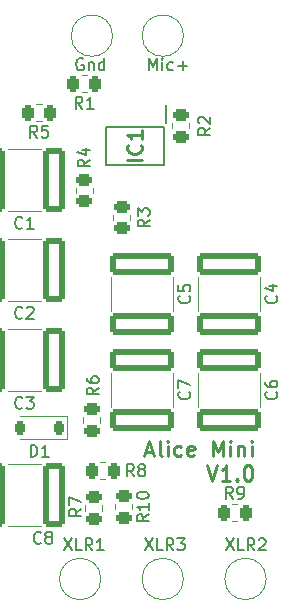
<source format=gbr>
%TF.GenerationSoftware,KiCad,Pcbnew,8.0.6*%
%TF.CreationDate,2024-11-12T22:00:55+00:00*%
%TF.ProjectId,AliceMini,416c6963-654d-4696-9e69-2e6b69636164,rev?*%
%TF.SameCoordinates,Original*%
%TF.FileFunction,Legend,Top*%
%TF.FilePolarity,Positive*%
%FSLAX46Y46*%
G04 Gerber Fmt 4.6, Leading zero omitted, Abs format (unit mm)*
G04 Created by KiCad (PCBNEW 8.0.6) date 2024-11-12 22:00:55*
%MOMM*%
%LPD*%
G01*
G04 APERTURE LIST*
G04 Aperture macros list*
%AMRoundRect*
0 Rectangle with rounded corners*
0 $1 Rounding radius*
0 $2 $3 $4 $5 $6 $7 $8 $9 X,Y pos of 4 corners*
0 Add a 4 corners polygon primitive as box body*
4,1,4,$2,$3,$4,$5,$6,$7,$8,$9,$2,$3,0*
0 Add four circle primitives for the rounded corners*
1,1,$1+$1,$2,$3*
1,1,$1+$1,$4,$5*
1,1,$1+$1,$6,$7*
1,1,$1+$1,$8,$9*
0 Add four rect primitives between the rounded corners*
20,1,$1+$1,$2,$3,$4,$5,0*
20,1,$1+$1,$4,$5,$6,$7,0*
20,1,$1+$1,$6,$7,$8,$9,0*
20,1,$1+$1,$8,$9,$2,$3,0*%
G04 Aperture macros list end*
%ADD10C,0.150000*%
%ADD11C,0.250000*%
%ADD12C,0.254000*%
%ADD13C,0.120000*%
%ADD14C,0.200000*%
%ADD15RoundRect,0.250000X0.262500X0.450000X-0.262500X0.450000X-0.262500X-0.450000X0.262500X-0.450000X0*%
%ADD16RoundRect,0.250000X0.450000X-0.262500X0.450000X0.262500X-0.450000X0.262500X-0.450000X-0.262500X0*%
%ADD17RoundRect,0.250000X-2.450000X0.650000X-2.450000X-0.650000X2.450000X-0.650000X2.450000X0.650000X0*%
%ADD18RoundRect,0.250000X-0.450000X0.262500X-0.450000X-0.262500X0.450000X-0.262500X0.450000X0.262500X0*%
%ADD19RoundRect,0.250000X0.650000X2.450000X-0.650000X2.450000X-0.650000X-2.450000X0.650000X-2.450000X0*%
%ADD20C,3.000000*%
%ADD21C,2.500000*%
%ADD22RoundRect,0.250000X-0.262500X-0.450000X0.262500X-0.450000X0.262500X0.450000X-0.262500X0.450000X0*%
%ADD23R,0.650000X1.528000*%
%ADD24RoundRect,0.225000X0.225000X0.375000X-0.225000X0.375000X-0.225000X-0.375000X0.225000X-0.375000X0*%
G04 APERTURE END LIST*
D10*
X114467541Y-145569819D02*
X115134207Y-146569819D01*
X115134207Y-145569819D02*
X114467541Y-146569819D01*
X115991350Y-146569819D02*
X115515160Y-146569819D01*
X115515160Y-146569819D02*
X115515160Y-145569819D01*
X116896112Y-146569819D02*
X116562779Y-146093628D01*
X116324684Y-146569819D02*
X116324684Y-145569819D01*
X116324684Y-145569819D02*
X116705636Y-145569819D01*
X116705636Y-145569819D02*
X116800874Y-145617438D01*
X116800874Y-145617438D02*
X116848493Y-145665057D01*
X116848493Y-145665057D02*
X116896112Y-145760295D01*
X116896112Y-145760295D02*
X116896112Y-145903152D01*
X116896112Y-145903152D02*
X116848493Y-145998390D01*
X116848493Y-145998390D02*
X116800874Y-146046009D01*
X116800874Y-146046009D02*
X116705636Y-146093628D01*
X116705636Y-146093628D02*
X116324684Y-146093628D01*
X117229446Y-145569819D02*
X117848493Y-145569819D01*
X117848493Y-145569819D02*
X117515160Y-145950771D01*
X117515160Y-145950771D02*
X117658017Y-145950771D01*
X117658017Y-145950771D02*
X117753255Y-145998390D01*
X117753255Y-145998390D02*
X117800874Y-146046009D01*
X117800874Y-146046009D02*
X117848493Y-146141247D01*
X117848493Y-146141247D02*
X117848493Y-146379342D01*
X117848493Y-146379342D02*
X117800874Y-146474580D01*
X117800874Y-146474580D02*
X117753255Y-146522200D01*
X117753255Y-146522200D02*
X117658017Y-146569819D01*
X117658017Y-146569819D02*
X117372303Y-146569819D01*
X117372303Y-146569819D02*
X117277065Y-146522200D01*
X117277065Y-146522200D02*
X117229446Y-146474580D01*
X107609541Y-145569819D02*
X108276207Y-146569819D01*
X108276207Y-145569819D02*
X107609541Y-146569819D01*
X109133350Y-146569819D02*
X108657160Y-146569819D01*
X108657160Y-146569819D02*
X108657160Y-145569819D01*
X110038112Y-146569819D02*
X109704779Y-146093628D01*
X109466684Y-146569819D02*
X109466684Y-145569819D01*
X109466684Y-145569819D02*
X109847636Y-145569819D01*
X109847636Y-145569819D02*
X109942874Y-145617438D01*
X109942874Y-145617438D02*
X109990493Y-145665057D01*
X109990493Y-145665057D02*
X110038112Y-145760295D01*
X110038112Y-145760295D02*
X110038112Y-145903152D01*
X110038112Y-145903152D02*
X109990493Y-145998390D01*
X109990493Y-145998390D02*
X109942874Y-146046009D01*
X109942874Y-146046009D02*
X109847636Y-146093628D01*
X109847636Y-146093628D02*
X109466684Y-146093628D01*
X110990493Y-146569819D02*
X110419065Y-146569819D01*
X110704779Y-146569819D02*
X110704779Y-145569819D01*
X110704779Y-145569819D02*
X110609541Y-145712676D01*
X110609541Y-145712676D02*
X110514303Y-145807914D01*
X110514303Y-145807914D02*
X110419065Y-145855533D01*
D11*
X114549812Y-138221549D02*
X115168859Y-138221549D01*
X114426002Y-138592977D02*
X114859335Y-137292977D01*
X114859335Y-137292977D02*
X115292669Y-138592977D01*
X115911717Y-138592977D02*
X115787907Y-138531073D01*
X115787907Y-138531073D02*
X115726002Y-138407263D01*
X115726002Y-138407263D02*
X115726002Y-137292977D01*
X116406954Y-138592977D02*
X116406954Y-137726311D01*
X116406954Y-137292977D02*
X116345050Y-137354882D01*
X116345050Y-137354882D02*
X116406954Y-137416787D01*
X116406954Y-137416787D02*
X116468859Y-137354882D01*
X116468859Y-137354882D02*
X116406954Y-137292977D01*
X116406954Y-137292977D02*
X116406954Y-137416787D01*
X117583145Y-138531073D02*
X117459336Y-138592977D01*
X117459336Y-138592977D02*
X117211717Y-138592977D01*
X117211717Y-138592977D02*
X117087907Y-138531073D01*
X117087907Y-138531073D02*
X117026002Y-138469168D01*
X117026002Y-138469168D02*
X116964098Y-138345358D01*
X116964098Y-138345358D02*
X116964098Y-137973930D01*
X116964098Y-137973930D02*
X117026002Y-137850120D01*
X117026002Y-137850120D02*
X117087907Y-137788215D01*
X117087907Y-137788215D02*
X117211717Y-137726311D01*
X117211717Y-137726311D02*
X117459336Y-137726311D01*
X117459336Y-137726311D02*
X117583145Y-137788215D01*
X118635526Y-138531073D02*
X118511717Y-138592977D01*
X118511717Y-138592977D02*
X118264098Y-138592977D01*
X118264098Y-138592977D02*
X118140288Y-138531073D01*
X118140288Y-138531073D02*
X118078384Y-138407263D01*
X118078384Y-138407263D02*
X118078384Y-137912025D01*
X118078384Y-137912025D02*
X118140288Y-137788215D01*
X118140288Y-137788215D02*
X118264098Y-137726311D01*
X118264098Y-137726311D02*
X118511717Y-137726311D01*
X118511717Y-137726311D02*
X118635526Y-137788215D01*
X118635526Y-137788215D02*
X118697431Y-137912025D01*
X118697431Y-137912025D02*
X118697431Y-138035834D01*
X118697431Y-138035834D02*
X118078384Y-138159644D01*
X120245050Y-138592977D02*
X120245050Y-137292977D01*
X120245050Y-137292977D02*
X120678384Y-138221549D01*
X120678384Y-138221549D02*
X121111717Y-137292977D01*
X121111717Y-137292977D02*
X121111717Y-138592977D01*
X121730764Y-138592977D02*
X121730764Y-137726311D01*
X121730764Y-137292977D02*
X121668860Y-137354882D01*
X121668860Y-137354882D02*
X121730764Y-137416787D01*
X121730764Y-137416787D02*
X121792669Y-137354882D01*
X121792669Y-137354882D02*
X121730764Y-137292977D01*
X121730764Y-137292977D02*
X121730764Y-137416787D01*
X122349812Y-137726311D02*
X122349812Y-138592977D01*
X122349812Y-137850120D02*
X122411717Y-137788215D01*
X122411717Y-137788215D02*
X122535527Y-137726311D01*
X122535527Y-137726311D02*
X122721241Y-137726311D01*
X122721241Y-137726311D02*
X122845050Y-137788215D01*
X122845050Y-137788215D02*
X122906955Y-137912025D01*
X122906955Y-137912025D02*
X122906955Y-138592977D01*
X123526002Y-138592977D02*
X123526002Y-137726311D01*
X123526002Y-137292977D02*
X123464098Y-137354882D01*
X123464098Y-137354882D02*
X123526002Y-137416787D01*
X123526002Y-137416787D02*
X123587907Y-137354882D01*
X123587907Y-137354882D02*
X123526002Y-137292977D01*
X123526002Y-137292977D02*
X123526002Y-137416787D01*
X119749812Y-139385904D02*
X120183145Y-140685904D01*
X120183145Y-140685904D02*
X120616479Y-139385904D01*
X121730765Y-140685904D02*
X120987908Y-140685904D01*
X121359336Y-140685904D02*
X121359336Y-139385904D01*
X121359336Y-139385904D02*
X121235527Y-139571619D01*
X121235527Y-139571619D02*
X121111717Y-139695428D01*
X121111717Y-139695428D02*
X120987908Y-139757333D01*
X122287907Y-140562095D02*
X122349812Y-140624000D01*
X122349812Y-140624000D02*
X122287907Y-140685904D01*
X122287907Y-140685904D02*
X122226003Y-140624000D01*
X122226003Y-140624000D02*
X122287907Y-140562095D01*
X122287907Y-140562095D02*
X122287907Y-140685904D01*
X123154574Y-139385904D02*
X123278384Y-139385904D01*
X123278384Y-139385904D02*
X123402193Y-139447809D01*
X123402193Y-139447809D02*
X123464098Y-139509714D01*
X123464098Y-139509714D02*
X123526003Y-139633523D01*
X123526003Y-139633523D02*
X123587908Y-139881142D01*
X123587908Y-139881142D02*
X123587908Y-140190666D01*
X123587908Y-140190666D02*
X123526003Y-140438285D01*
X123526003Y-140438285D02*
X123464098Y-140562095D01*
X123464098Y-140562095D02*
X123402193Y-140624000D01*
X123402193Y-140624000D02*
X123278384Y-140685904D01*
X123278384Y-140685904D02*
X123154574Y-140685904D01*
X123154574Y-140685904D02*
X123030765Y-140624000D01*
X123030765Y-140624000D02*
X122968860Y-140562095D01*
X122968860Y-140562095D02*
X122906955Y-140438285D01*
X122906955Y-140438285D02*
X122845051Y-140190666D01*
X122845051Y-140190666D02*
X122845051Y-139881142D01*
X122845051Y-139881142D02*
X122906955Y-139633523D01*
X122906955Y-139633523D02*
X122968860Y-139509714D01*
X122968860Y-139509714D02*
X123030765Y-139447809D01*
X123030765Y-139447809D02*
X123154574Y-139385904D01*
D10*
X109244588Y-104977438D02*
X109149350Y-104929819D01*
X109149350Y-104929819D02*
X109006493Y-104929819D01*
X109006493Y-104929819D02*
X108863636Y-104977438D01*
X108863636Y-104977438D02*
X108768398Y-105072676D01*
X108768398Y-105072676D02*
X108720779Y-105167914D01*
X108720779Y-105167914D02*
X108673160Y-105358390D01*
X108673160Y-105358390D02*
X108673160Y-105501247D01*
X108673160Y-105501247D02*
X108720779Y-105691723D01*
X108720779Y-105691723D02*
X108768398Y-105786961D01*
X108768398Y-105786961D02*
X108863636Y-105882200D01*
X108863636Y-105882200D02*
X109006493Y-105929819D01*
X109006493Y-105929819D02*
X109101731Y-105929819D01*
X109101731Y-105929819D02*
X109244588Y-105882200D01*
X109244588Y-105882200D02*
X109292207Y-105834580D01*
X109292207Y-105834580D02*
X109292207Y-105501247D01*
X109292207Y-105501247D02*
X109101731Y-105501247D01*
X109720779Y-105263152D02*
X109720779Y-105929819D01*
X109720779Y-105358390D02*
X109768398Y-105310771D01*
X109768398Y-105310771D02*
X109863636Y-105263152D01*
X109863636Y-105263152D02*
X110006493Y-105263152D01*
X110006493Y-105263152D02*
X110101731Y-105310771D01*
X110101731Y-105310771D02*
X110149350Y-105406009D01*
X110149350Y-105406009D02*
X110149350Y-105929819D01*
X111054112Y-105929819D02*
X111054112Y-104929819D01*
X111054112Y-105882200D02*
X110958874Y-105929819D01*
X110958874Y-105929819D02*
X110768398Y-105929819D01*
X110768398Y-105929819D02*
X110673160Y-105882200D01*
X110673160Y-105882200D02*
X110625541Y-105834580D01*
X110625541Y-105834580D02*
X110577922Y-105739342D01*
X110577922Y-105739342D02*
X110577922Y-105453628D01*
X110577922Y-105453628D02*
X110625541Y-105358390D01*
X110625541Y-105358390D02*
X110673160Y-105310771D01*
X110673160Y-105310771D02*
X110768398Y-105263152D01*
X110768398Y-105263152D02*
X110958874Y-105263152D01*
X110958874Y-105263152D02*
X111054112Y-105310771D01*
X121325541Y-145569819D02*
X121992207Y-146569819D01*
X121992207Y-145569819D02*
X121325541Y-146569819D01*
X122849350Y-146569819D02*
X122373160Y-146569819D01*
X122373160Y-146569819D02*
X122373160Y-145569819D01*
X123754112Y-146569819D02*
X123420779Y-146093628D01*
X123182684Y-146569819D02*
X123182684Y-145569819D01*
X123182684Y-145569819D02*
X123563636Y-145569819D01*
X123563636Y-145569819D02*
X123658874Y-145617438D01*
X123658874Y-145617438D02*
X123706493Y-145665057D01*
X123706493Y-145665057D02*
X123754112Y-145760295D01*
X123754112Y-145760295D02*
X123754112Y-145903152D01*
X123754112Y-145903152D02*
X123706493Y-145998390D01*
X123706493Y-145998390D02*
X123658874Y-146046009D01*
X123658874Y-146046009D02*
X123563636Y-146093628D01*
X123563636Y-146093628D02*
X123182684Y-146093628D01*
X124135065Y-145665057D02*
X124182684Y-145617438D01*
X124182684Y-145617438D02*
X124277922Y-145569819D01*
X124277922Y-145569819D02*
X124516017Y-145569819D01*
X124516017Y-145569819D02*
X124611255Y-145617438D01*
X124611255Y-145617438D02*
X124658874Y-145665057D01*
X124658874Y-145665057D02*
X124706493Y-145760295D01*
X124706493Y-145760295D02*
X124706493Y-145855533D01*
X124706493Y-145855533D02*
X124658874Y-145998390D01*
X124658874Y-145998390D02*
X124087446Y-146569819D01*
X124087446Y-146569819D02*
X124706493Y-146569819D01*
X114816779Y-105929819D02*
X114816779Y-104929819D01*
X114816779Y-104929819D02*
X115150112Y-105644104D01*
X115150112Y-105644104D02*
X115483445Y-104929819D01*
X115483445Y-104929819D02*
X115483445Y-105929819D01*
X115959636Y-105929819D02*
X115959636Y-105263152D01*
X115959636Y-104929819D02*
X115912017Y-104977438D01*
X115912017Y-104977438D02*
X115959636Y-105025057D01*
X115959636Y-105025057D02*
X116007255Y-104977438D01*
X116007255Y-104977438D02*
X115959636Y-104929819D01*
X115959636Y-104929819D02*
X115959636Y-105025057D01*
X116864397Y-105882200D02*
X116769159Y-105929819D01*
X116769159Y-105929819D02*
X116578683Y-105929819D01*
X116578683Y-105929819D02*
X116483445Y-105882200D01*
X116483445Y-105882200D02*
X116435826Y-105834580D01*
X116435826Y-105834580D02*
X116388207Y-105739342D01*
X116388207Y-105739342D02*
X116388207Y-105453628D01*
X116388207Y-105453628D02*
X116435826Y-105358390D01*
X116435826Y-105358390D02*
X116483445Y-105310771D01*
X116483445Y-105310771D02*
X116578683Y-105263152D01*
X116578683Y-105263152D02*
X116769159Y-105263152D01*
X116769159Y-105263152D02*
X116864397Y-105310771D01*
X117292969Y-105548866D02*
X118054874Y-105548866D01*
X117673921Y-105929819D02*
X117673921Y-105167914D01*
X105363333Y-111624819D02*
X105030000Y-111148628D01*
X104791905Y-111624819D02*
X104791905Y-110624819D01*
X104791905Y-110624819D02*
X105172857Y-110624819D01*
X105172857Y-110624819D02*
X105268095Y-110672438D01*
X105268095Y-110672438D02*
X105315714Y-110720057D01*
X105315714Y-110720057D02*
X105363333Y-110815295D01*
X105363333Y-110815295D02*
X105363333Y-110958152D01*
X105363333Y-110958152D02*
X105315714Y-111053390D01*
X105315714Y-111053390D02*
X105268095Y-111101009D01*
X105268095Y-111101009D02*
X105172857Y-111148628D01*
X105172857Y-111148628D02*
X104791905Y-111148628D01*
X106268095Y-110624819D02*
X105791905Y-110624819D01*
X105791905Y-110624819D02*
X105744286Y-111101009D01*
X105744286Y-111101009D02*
X105791905Y-111053390D01*
X105791905Y-111053390D02*
X105887143Y-111005771D01*
X105887143Y-111005771D02*
X106125238Y-111005771D01*
X106125238Y-111005771D02*
X106220476Y-111053390D01*
X106220476Y-111053390D02*
X106268095Y-111101009D01*
X106268095Y-111101009D02*
X106315714Y-111196247D01*
X106315714Y-111196247D02*
X106315714Y-111434342D01*
X106315714Y-111434342D02*
X106268095Y-111529580D01*
X106268095Y-111529580D02*
X106220476Y-111577200D01*
X106220476Y-111577200D02*
X106125238Y-111624819D01*
X106125238Y-111624819D02*
X105887143Y-111624819D01*
X105887143Y-111624819D02*
X105791905Y-111577200D01*
X105791905Y-111577200D02*
X105744286Y-111529580D01*
X120014819Y-110798666D02*
X119538628Y-111131999D01*
X120014819Y-111370094D02*
X119014819Y-111370094D01*
X119014819Y-111370094D02*
X119014819Y-110989142D01*
X119014819Y-110989142D02*
X119062438Y-110893904D01*
X119062438Y-110893904D02*
X119110057Y-110846285D01*
X119110057Y-110846285D02*
X119205295Y-110798666D01*
X119205295Y-110798666D02*
X119348152Y-110798666D01*
X119348152Y-110798666D02*
X119443390Y-110846285D01*
X119443390Y-110846285D02*
X119491009Y-110893904D01*
X119491009Y-110893904D02*
X119538628Y-110989142D01*
X119538628Y-110989142D02*
X119538628Y-111370094D01*
X119110057Y-110417713D02*
X119062438Y-110370094D01*
X119062438Y-110370094D02*
X119014819Y-110274856D01*
X119014819Y-110274856D02*
X119014819Y-110036761D01*
X119014819Y-110036761D02*
X119062438Y-109941523D01*
X119062438Y-109941523D02*
X119110057Y-109893904D01*
X119110057Y-109893904D02*
X119205295Y-109846285D01*
X119205295Y-109846285D02*
X119300533Y-109846285D01*
X119300533Y-109846285D02*
X119443390Y-109893904D01*
X119443390Y-109893904D02*
X120014819Y-110465332D01*
X120014819Y-110465332D02*
X120014819Y-109846285D01*
X125601580Y-125022666D02*
X125649200Y-125070285D01*
X125649200Y-125070285D02*
X125696819Y-125213142D01*
X125696819Y-125213142D02*
X125696819Y-125308380D01*
X125696819Y-125308380D02*
X125649200Y-125451237D01*
X125649200Y-125451237D02*
X125553961Y-125546475D01*
X125553961Y-125546475D02*
X125458723Y-125594094D01*
X125458723Y-125594094D02*
X125268247Y-125641713D01*
X125268247Y-125641713D02*
X125125390Y-125641713D01*
X125125390Y-125641713D02*
X124934914Y-125594094D01*
X124934914Y-125594094D02*
X124839676Y-125546475D01*
X124839676Y-125546475D02*
X124744438Y-125451237D01*
X124744438Y-125451237D02*
X124696819Y-125308380D01*
X124696819Y-125308380D02*
X124696819Y-125213142D01*
X124696819Y-125213142D02*
X124744438Y-125070285D01*
X124744438Y-125070285D02*
X124792057Y-125022666D01*
X125030152Y-124165523D02*
X125696819Y-124165523D01*
X124649200Y-124403618D02*
X125363485Y-124641713D01*
X125363485Y-124641713D02*
X125363485Y-124022666D01*
X114806819Y-143532857D02*
X114330628Y-143866190D01*
X114806819Y-144104285D02*
X113806819Y-144104285D01*
X113806819Y-144104285D02*
X113806819Y-143723333D01*
X113806819Y-143723333D02*
X113854438Y-143628095D01*
X113854438Y-143628095D02*
X113902057Y-143580476D01*
X113902057Y-143580476D02*
X113997295Y-143532857D01*
X113997295Y-143532857D02*
X114140152Y-143532857D01*
X114140152Y-143532857D02*
X114235390Y-143580476D01*
X114235390Y-143580476D02*
X114283009Y-143628095D01*
X114283009Y-143628095D02*
X114330628Y-143723333D01*
X114330628Y-143723333D02*
X114330628Y-144104285D01*
X114806819Y-142580476D02*
X114806819Y-143151904D01*
X114806819Y-142866190D02*
X113806819Y-142866190D01*
X113806819Y-142866190D02*
X113949676Y-142961428D01*
X113949676Y-142961428D02*
X114044914Y-143056666D01*
X114044914Y-143056666D02*
X114092533Y-143151904D01*
X113806819Y-141961428D02*
X113806819Y-141866190D01*
X113806819Y-141866190D02*
X113854438Y-141770952D01*
X113854438Y-141770952D02*
X113902057Y-141723333D01*
X113902057Y-141723333D02*
X113997295Y-141675714D01*
X113997295Y-141675714D02*
X114187771Y-141628095D01*
X114187771Y-141628095D02*
X114425866Y-141628095D01*
X114425866Y-141628095D02*
X114616342Y-141675714D01*
X114616342Y-141675714D02*
X114711580Y-141723333D01*
X114711580Y-141723333D02*
X114759200Y-141770952D01*
X114759200Y-141770952D02*
X114806819Y-141866190D01*
X114806819Y-141866190D02*
X114806819Y-141961428D01*
X114806819Y-141961428D02*
X114759200Y-142056666D01*
X114759200Y-142056666D02*
X114711580Y-142104285D01*
X114711580Y-142104285D02*
X114616342Y-142151904D01*
X114616342Y-142151904D02*
X114425866Y-142199523D01*
X114425866Y-142199523D02*
X114187771Y-142199523D01*
X114187771Y-142199523D02*
X113997295Y-142151904D01*
X113997295Y-142151904D02*
X113902057Y-142104285D01*
X113902057Y-142104285D02*
X113854438Y-142056666D01*
X113854438Y-142056666D02*
X113806819Y-141961428D01*
X105677333Y-145914580D02*
X105629714Y-145962200D01*
X105629714Y-145962200D02*
X105486857Y-146009819D01*
X105486857Y-146009819D02*
X105391619Y-146009819D01*
X105391619Y-146009819D02*
X105248762Y-145962200D01*
X105248762Y-145962200D02*
X105153524Y-145866961D01*
X105153524Y-145866961D02*
X105105905Y-145771723D01*
X105105905Y-145771723D02*
X105058286Y-145581247D01*
X105058286Y-145581247D02*
X105058286Y-145438390D01*
X105058286Y-145438390D02*
X105105905Y-145247914D01*
X105105905Y-145247914D02*
X105153524Y-145152676D01*
X105153524Y-145152676D02*
X105248762Y-145057438D01*
X105248762Y-145057438D02*
X105391619Y-145009819D01*
X105391619Y-145009819D02*
X105486857Y-145009819D01*
X105486857Y-145009819D02*
X105629714Y-145057438D01*
X105629714Y-145057438D02*
X105677333Y-145105057D01*
X106248762Y-145438390D02*
X106153524Y-145390771D01*
X106153524Y-145390771D02*
X106105905Y-145343152D01*
X106105905Y-145343152D02*
X106058286Y-145247914D01*
X106058286Y-145247914D02*
X106058286Y-145200295D01*
X106058286Y-145200295D02*
X106105905Y-145105057D01*
X106105905Y-145105057D02*
X106153524Y-145057438D01*
X106153524Y-145057438D02*
X106248762Y-145009819D01*
X106248762Y-145009819D02*
X106439238Y-145009819D01*
X106439238Y-145009819D02*
X106534476Y-145057438D01*
X106534476Y-145057438D02*
X106582095Y-145105057D01*
X106582095Y-145105057D02*
X106629714Y-145200295D01*
X106629714Y-145200295D02*
X106629714Y-145247914D01*
X106629714Y-145247914D02*
X106582095Y-145343152D01*
X106582095Y-145343152D02*
X106534476Y-145390771D01*
X106534476Y-145390771D02*
X106439238Y-145438390D01*
X106439238Y-145438390D02*
X106248762Y-145438390D01*
X106248762Y-145438390D02*
X106153524Y-145486009D01*
X106153524Y-145486009D02*
X106105905Y-145533628D01*
X106105905Y-145533628D02*
X106058286Y-145628866D01*
X106058286Y-145628866D02*
X106058286Y-145819342D01*
X106058286Y-145819342D02*
X106105905Y-145914580D01*
X106105905Y-145914580D02*
X106153524Y-145962200D01*
X106153524Y-145962200D02*
X106248762Y-146009819D01*
X106248762Y-146009819D02*
X106439238Y-146009819D01*
X106439238Y-146009819D02*
X106534476Y-145962200D01*
X106534476Y-145962200D02*
X106582095Y-145914580D01*
X106582095Y-145914580D02*
X106629714Y-145819342D01*
X106629714Y-145819342D02*
X106629714Y-145628866D01*
X106629714Y-145628866D02*
X106582095Y-145533628D01*
X106582095Y-145533628D02*
X106534476Y-145486009D01*
X106534476Y-145486009D02*
X106439238Y-145438390D01*
X118235580Y-133150666D02*
X118283200Y-133198285D01*
X118283200Y-133198285D02*
X118330819Y-133341142D01*
X118330819Y-133341142D02*
X118330819Y-133436380D01*
X118330819Y-133436380D02*
X118283200Y-133579237D01*
X118283200Y-133579237D02*
X118187961Y-133674475D01*
X118187961Y-133674475D02*
X118092723Y-133722094D01*
X118092723Y-133722094D02*
X117902247Y-133769713D01*
X117902247Y-133769713D02*
X117759390Y-133769713D01*
X117759390Y-133769713D02*
X117568914Y-133722094D01*
X117568914Y-133722094D02*
X117473676Y-133674475D01*
X117473676Y-133674475D02*
X117378438Y-133579237D01*
X117378438Y-133579237D02*
X117330819Y-133436380D01*
X117330819Y-133436380D02*
X117330819Y-133341142D01*
X117330819Y-133341142D02*
X117378438Y-133198285D01*
X117378438Y-133198285D02*
X117426057Y-133150666D01*
X117330819Y-132817332D02*
X117330819Y-132150666D01*
X117330819Y-132150666D02*
X118330819Y-132579237D01*
X110566819Y-132800666D02*
X110090628Y-133133999D01*
X110566819Y-133372094D02*
X109566819Y-133372094D01*
X109566819Y-133372094D02*
X109566819Y-132991142D01*
X109566819Y-132991142D02*
X109614438Y-132895904D01*
X109614438Y-132895904D02*
X109662057Y-132848285D01*
X109662057Y-132848285D02*
X109757295Y-132800666D01*
X109757295Y-132800666D02*
X109900152Y-132800666D01*
X109900152Y-132800666D02*
X109995390Y-132848285D01*
X109995390Y-132848285D02*
X110043009Y-132895904D01*
X110043009Y-132895904D02*
X110090628Y-132991142D01*
X110090628Y-132991142D02*
X110090628Y-133372094D01*
X109566819Y-131943523D02*
X109566819Y-132133999D01*
X109566819Y-132133999D02*
X109614438Y-132229237D01*
X109614438Y-132229237D02*
X109662057Y-132276856D01*
X109662057Y-132276856D02*
X109804914Y-132372094D01*
X109804914Y-132372094D02*
X109995390Y-132419713D01*
X109995390Y-132419713D02*
X110376342Y-132419713D01*
X110376342Y-132419713D02*
X110471580Y-132372094D01*
X110471580Y-132372094D02*
X110519200Y-132324475D01*
X110519200Y-132324475D02*
X110566819Y-132229237D01*
X110566819Y-132229237D02*
X110566819Y-132038761D01*
X110566819Y-132038761D02*
X110519200Y-131943523D01*
X110519200Y-131943523D02*
X110471580Y-131895904D01*
X110471580Y-131895904D02*
X110376342Y-131848285D01*
X110376342Y-131848285D02*
X110138247Y-131848285D01*
X110138247Y-131848285D02*
X110043009Y-131895904D01*
X110043009Y-131895904D02*
X109995390Y-131943523D01*
X109995390Y-131943523D02*
X109947771Y-132038761D01*
X109947771Y-132038761D02*
X109947771Y-132229237D01*
X109947771Y-132229237D02*
X109995390Y-132324475D01*
X109995390Y-132324475D02*
X110043009Y-132372094D01*
X110043009Y-132372094D02*
X110138247Y-132419713D01*
X109183333Y-109180819D02*
X108850000Y-108704628D01*
X108611905Y-109180819D02*
X108611905Y-108180819D01*
X108611905Y-108180819D02*
X108992857Y-108180819D01*
X108992857Y-108180819D02*
X109088095Y-108228438D01*
X109088095Y-108228438D02*
X109135714Y-108276057D01*
X109135714Y-108276057D02*
X109183333Y-108371295D01*
X109183333Y-108371295D02*
X109183333Y-108514152D01*
X109183333Y-108514152D02*
X109135714Y-108609390D01*
X109135714Y-108609390D02*
X109088095Y-108657009D01*
X109088095Y-108657009D02*
X108992857Y-108704628D01*
X108992857Y-108704628D02*
X108611905Y-108704628D01*
X110135714Y-109180819D02*
X109564286Y-109180819D01*
X109850000Y-109180819D02*
X109850000Y-108180819D01*
X109850000Y-108180819D02*
X109754762Y-108323676D01*
X109754762Y-108323676D02*
X109659524Y-108418914D01*
X109659524Y-108418914D02*
X109564286Y-108466533D01*
X104103333Y-126864580D02*
X104055714Y-126912200D01*
X104055714Y-126912200D02*
X103912857Y-126959819D01*
X103912857Y-126959819D02*
X103817619Y-126959819D01*
X103817619Y-126959819D02*
X103674762Y-126912200D01*
X103674762Y-126912200D02*
X103579524Y-126816961D01*
X103579524Y-126816961D02*
X103531905Y-126721723D01*
X103531905Y-126721723D02*
X103484286Y-126531247D01*
X103484286Y-126531247D02*
X103484286Y-126388390D01*
X103484286Y-126388390D02*
X103531905Y-126197914D01*
X103531905Y-126197914D02*
X103579524Y-126102676D01*
X103579524Y-126102676D02*
X103674762Y-126007438D01*
X103674762Y-126007438D02*
X103817619Y-125959819D01*
X103817619Y-125959819D02*
X103912857Y-125959819D01*
X103912857Y-125959819D02*
X104055714Y-126007438D01*
X104055714Y-126007438D02*
X104103333Y-126055057D01*
X104484286Y-126055057D02*
X104531905Y-126007438D01*
X104531905Y-126007438D02*
X104627143Y-125959819D01*
X104627143Y-125959819D02*
X104865238Y-125959819D01*
X104865238Y-125959819D02*
X104960476Y-126007438D01*
X104960476Y-126007438D02*
X105008095Y-126055057D01*
X105008095Y-126055057D02*
X105055714Y-126150295D01*
X105055714Y-126150295D02*
X105055714Y-126245533D01*
X105055714Y-126245533D02*
X105008095Y-126388390D01*
X105008095Y-126388390D02*
X104436667Y-126959819D01*
X104436667Y-126959819D02*
X105055714Y-126959819D01*
X109804819Y-113496666D02*
X109328628Y-113829999D01*
X109804819Y-114068094D02*
X108804819Y-114068094D01*
X108804819Y-114068094D02*
X108804819Y-113687142D01*
X108804819Y-113687142D02*
X108852438Y-113591904D01*
X108852438Y-113591904D02*
X108900057Y-113544285D01*
X108900057Y-113544285D02*
X108995295Y-113496666D01*
X108995295Y-113496666D02*
X109138152Y-113496666D01*
X109138152Y-113496666D02*
X109233390Y-113544285D01*
X109233390Y-113544285D02*
X109281009Y-113591904D01*
X109281009Y-113591904D02*
X109328628Y-113687142D01*
X109328628Y-113687142D02*
X109328628Y-114068094D01*
X109138152Y-112639523D02*
X109804819Y-112639523D01*
X108757200Y-112877618D02*
X109471485Y-113115713D01*
X109471485Y-113115713D02*
X109471485Y-112496666D01*
X114884819Y-118576666D02*
X114408628Y-118909999D01*
X114884819Y-119148094D02*
X113884819Y-119148094D01*
X113884819Y-119148094D02*
X113884819Y-118767142D01*
X113884819Y-118767142D02*
X113932438Y-118671904D01*
X113932438Y-118671904D02*
X113980057Y-118624285D01*
X113980057Y-118624285D02*
X114075295Y-118576666D01*
X114075295Y-118576666D02*
X114218152Y-118576666D01*
X114218152Y-118576666D02*
X114313390Y-118624285D01*
X114313390Y-118624285D02*
X114361009Y-118671904D01*
X114361009Y-118671904D02*
X114408628Y-118767142D01*
X114408628Y-118767142D02*
X114408628Y-119148094D01*
X113884819Y-118243332D02*
X113884819Y-117624285D01*
X113884819Y-117624285D02*
X114265771Y-117957618D01*
X114265771Y-117957618D02*
X114265771Y-117814761D01*
X114265771Y-117814761D02*
X114313390Y-117719523D01*
X114313390Y-117719523D02*
X114361009Y-117671904D01*
X114361009Y-117671904D02*
X114456247Y-117624285D01*
X114456247Y-117624285D02*
X114694342Y-117624285D01*
X114694342Y-117624285D02*
X114789580Y-117671904D01*
X114789580Y-117671904D02*
X114837200Y-117719523D01*
X114837200Y-117719523D02*
X114884819Y-117814761D01*
X114884819Y-117814761D02*
X114884819Y-118100475D01*
X114884819Y-118100475D02*
X114837200Y-118195713D01*
X114837200Y-118195713D02*
X114789580Y-118243332D01*
X118235580Y-125022666D02*
X118283200Y-125070285D01*
X118283200Y-125070285D02*
X118330819Y-125213142D01*
X118330819Y-125213142D02*
X118330819Y-125308380D01*
X118330819Y-125308380D02*
X118283200Y-125451237D01*
X118283200Y-125451237D02*
X118187961Y-125546475D01*
X118187961Y-125546475D02*
X118092723Y-125594094D01*
X118092723Y-125594094D02*
X117902247Y-125641713D01*
X117902247Y-125641713D02*
X117759390Y-125641713D01*
X117759390Y-125641713D02*
X117568914Y-125594094D01*
X117568914Y-125594094D02*
X117473676Y-125546475D01*
X117473676Y-125546475D02*
X117378438Y-125451237D01*
X117378438Y-125451237D02*
X117330819Y-125308380D01*
X117330819Y-125308380D02*
X117330819Y-125213142D01*
X117330819Y-125213142D02*
X117378438Y-125070285D01*
X117378438Y-125070285D02*
X117426057Y-125022666D01*
X117330819Y-124117904D02*
X117330819Y-124594094D01*
X117330819Y-124594094D02*
X117807009Y-124641713D01*
X117807009Y-124641713D02*
X117759390Y-124594094D01*
X117759390Y-124594094D02*
X117711771Y-124498856D01*
X117711771Y-124498856D02*
X117711771Y-124260761D01*
X117711771Y-124260761D02*
X117759390Y-124165523D01*
X117759390Y-124165523D02*
X117807009Y-124117904D01*
X117807009Y-124117904D02*
X117902247Y-124070285D01*
X117902247Y-124070285D02*
X118140342Y-124070285D01*
X118140342Y-124070285D02*
X118235580Y-124117904D01*
X118235580Y-124117904D02*
X118283200Y-124165523D01*
X118283200Y-124165523D02*
X118330819Y-124260761D01*
X118330819Y-124260761D02*
X118330819Y-124498856D01*
X118330819Y-124498856D02*
X118283200Y-124594094D01*
X118283200Y-124594094D02*
X118235580Y-124641713D01*
X125601580Y-133150666D02*
X125649200Y-133198285D01*
X125649200Y-133198285D02*
X125696819Y-133341142D01*
X125696819Y-133341142D02*
X125696819Y-133436380D01*
X125696819Y-133436380D02*
X125649200Y-133579237D01*
X125649200Y-133579237D02*
X125553961Y-133674475D01*
X125553961Y-133674475D02*
X125458723Y-133722094D01*
X125458723Y-133722094D02*
X125268247Y-133769713D01*
X125268247Y-133769713D02*
X125125390Y-133769713D01*
X125125390Y-133769713D02*
X124934914Y-133722094D01*
X124934914Y-133722094D02*
X124839676Y-133674475D01*
X124839676Y-133674475D02*
X124744438Y-133579237D01*
X124744438Y-133579237D02*
X124696819Y-133436380D01*
X124696819Y-133436380D02*
X124696819Y-133341142D01*
X124696819Y-133341142D02*
X124744438Y-133198285D01*
X124744438Y-133198285D02*
X124792057Y-133150666D01*
X124696819Y-132293523D02*
X124696819Y-132483999D01*
X124696819Y-132483999D02*
X124744438Y-132579237D01*
X124744438Y-132579237D02*
X124792057Y-132626856D01*
X124792057Y-132626856D02*
X124934914Y-132722094D01*
X124934914Y-132722094D02*
X125125390Y-132769713D01*
X125125390Y-132769713D02*
X125506342Y-132769713D01*
X125506342Y-132769713D02*
X125601580Y-132722094D01*
X125601580Y-132722094D02*
X125649200Y-132674475D01*
X125649200Y-132674475D02*
X125696819Y-132579237D01*
X125696819Y-132579237D02*
X125696819Y-132388761D01*
X125696819Y-132388761D02*
X125649200Y-132293523D01*
X125649200Y-132293523D02*
X125601580Y-132245904D01*
X125601580Y-132245904D02*
X125506342Y-132198285D01*
X125506342Y-132198285D02*
X125268247Y-132198285D01*
X125268247Y-132198285D02*
X125173009Y-132245904D01*
X125173009Y-132245904D02*
X125125390Y-132293523D01*
X125125390Y-132293523D02*
X125077771Y-132388761D01*
X125077771Y-132388761D02*
X125077771Y-132579237D01*
X125077771Y-132579237D02*
X125125390Y-132674475D01*
X125125390Y-132674475D02*
X125173009Y-132722094D01*
X125173009Y-132722094D02*
X125268247Y-132769713D01*
X121933333Y-142202819D02*
X121600000Y-141726628D01*
X121361905Y-142202819D02*
X121361905Y-141202819D01*
X121361905Y-141202819D02*
X121742857Y-141202819D01*
X121742857Y-141202819D02*
X121838095Y-141250438D01*
X121838095Y-141250438D02*
X121885714Y-141298057D01*
X121885714Y-141298057D02*
X121933333Y-141393295D01*
X121933333Y-141393295D02*
X121933333Y-141536152D01*
X121933333Y-141536152D02*
X121885714Y-141631390D01*
X121885714Y-141631390D02*
X121838095Y-141679009D01*
X121838095Y-141679009D02*
X121742857Y-141726628D01*
X121742857Y-141726628D02*
X121361905Y-141726628D01*
X122409524Y-142202819D02*
X122600000Y-142202819D01*
X122600000Y-142202819D02*
X122695238Y-142155200D01*
X122695238Y-142155200D02*
X122742857Y-142107580D01*
X122742857Y-142107580D02*
X122838095Y-141964723D01*
X122838095Y-141964723D02*
X122885714Y-141774247D01*
X122885714Y-141774247D02*
X122885714Y-141393295D01*
X122885714Y-141393295D02*
X122838095Y-141298057D01*
X122838095Y-141298057D02*
X122790476Y-141250438D01*
X122790476Y-141250438D02*
X122695238Y-141202819D01*
X122695238Y-141202819D02*
X122504762Y-141202819D01*
X122504762Y-141202819D02*
X122409524Y-141250438D01*
X122409524Y-141250438D02*
X122361905Y-141298057D01*
X122361905Y-141298057D02*
X122314286Y-141393295D01*
X122314286Y-141393295D02*
X122314286Y-141631390D01*
X122314286Y-141631390D02*
X122361905Y-141726628D01*
X122361905Y-141726628D02*
X122409524Y-141774247D01*
X122409524Y-141774247D02*
X122504762Y-141821866D01*
X122504762Y-141821866D02*
X122695238Y-141821866D01*
X122695238Y-141821866D02*
X122790476Y-141774247D01*
X122790476Y-141774247D02*
X122838095Y-141726628D01*
X122838095Y-141726628D02*
X122885714Y-141631390D01*
X109092819Y-143056666D02*
X108616628Y-143389999D01*
X109092819Y-143628094D02*
X108092819Y-143628094D01*
X108092819Y-143628094D02*
X108092819Y-143247142D01*
X108092819Y-143247142D02*
X108140438Y-143151904D01*
X108140438Y-143151904D02*
X108188057Y-143104285D01*
X108188057Y-143104285D02*
X108283295Y-143056666D01*
X108283295Y-143056666D02*
X108426152Y-143056666D01*
X108426152Y-143056666D02*
X108521390Y-143104285D01*
X108521390Y-143104285D02*
X108569009Y-143151904D01*
X108569009Y-143151904D02*
X108616628Y-143247142D01*
X108616628Y-143247142D02*
X108616628Y-143628094D01*
X108092819Y-142723332D02*
X108092819Y-142056666D01*
X108092819Y-142056666D02*
X109092819Y-142485237D01*
X104103333Y-119244580D02*
X104055714Y-119292200D01*
X104055714Y-119292200D02*
X103912857Y-119339819D01*
X103912857Y-119339819D02*
X103817619Y-119339819D01*
X103817619Y-119339819D02*
X103674762Y-119292200D01*
X103674762Y-119292200D02*
X103579524Y-119196961D01*
X103579524Y-119196961D02*
X103531905Y-119101723D01*
X103531905Y-119101723D02*
X103484286Y-118911247D01*
X103484286Y-118911247D02*
X103484286Y-118768390D01*
X103484286Y-118768390D02*
X103531905Y-118577914D01*
X103531905Y-118577914D02*
X103579524Y-118482676D01*
X103579524Y-118482676D02*
X103674762Y-118387438D01*
X103674762Y-118387438D02*
X103817619Y-118339819D01*
X103817619Y-118339819D02*
X103912857Y-118339819D01*
X103912857Y-118339819D02*
X104055714Y-118387438D01*
X104055714Y-118387438D02*
X104103333Y-118435057D01*
X105055714Y-119339819D02*
X104484286Y-119339819D01*
X104770000Y-119339819D02*
X104770000Y-118339819D01*
X104770000Y-118339819D02*
X104674762Y-118482676D01*
X104674762Y-118482676D02*
X104579524Y-118577914D01*
X104579524Y-118577914D02*
X104484286Y-118625533D01*
X104103333Y-134484580D02*
X104055714Y-134532200D01*
X104055714Y-134532200D02*
X103912857Y-134579819D01*
X103912857Y-134579819D02*
X103817619Y-134579819D01*
X103817619Y-134579819D02*
X103674762Y-134532200D01*
X103674762Y-134532200D02*
X103579524Y-134436961D01*
X103579524Y-134436961D02*
X103531905Y-134341723D01*
X103531905Y-134341723D02*
X103484286Y-134151247D01*
X103484286Y-134151247D02*
X103484286Y-134008390D01*
X103484286Y-134008390D02*
X103531905Y-133817914D01*
X103531905Y-133817914D02*
X103579524Y-133722676D01*
X103579524Y-133722676D02*
X103674762Y-133627438D01*
X103674762Y-133627438D02*
X103817619Y-133579819D01*
X103817619Y-133579819D02*
X103912857Y-133579819D01*
X103912857Y-133579819D02*
X104055714Y-133627438D01*
X104055714Y-133627438D02*
X104103333Y-133675057D01*
X104436667Y-133579819D02*
X105055714Y-133579819D01*
X105055714Y-133579819D02*
X104722381Y-133960771D01*
X104722381Y-133960771D02*
X104865238Y-133960771D01*
X104865238Y-133960771D02*
X104960476Y-134008390D01*
X104960476Y-134008390D02*
X105008095Y-134056009D01*
X105008095Y-134056009D02*
X105055714Y-134151247D01*
X105055714Y-134151247D02*
X105055714Y-134389342D01*
X105055714Y-134389342D02*
X105008095Y-134484580D01*
X105008095Y-134484580D02*
X104960476Y-134532200D01*
X104960476Y-134532200D02*
X104865238Y-134579819D01*
X104865238Y-134579819D02*
X104579524Y-134579819D01*
X104579524Y-134579819D02*
X104484286Y-134532200D01*
X104484286Y-134532200D02*
X104436667Y-134484580D01*
D12*
X114242318Y-113553762D02*
X112972318Y-113553762D01*
X114121365Y-112223285D02*
X114181842Y-112283761D01*
X114181842Y-112283761D02*
X114242318Y-112465190D01*
X114242318Y-112465190D02*
X114242318Y-112586142D01*
X114242318Y-112586142D02*
X114181842Y-112767571D01*
X114181842Y-112767571D02*
X114060889Y-112888523D01*
X114060889Y-112888523D02*
X113939937Y-112949000D01*
X113939937Y-112949000D02*
X113698032Y-113009476D01*
X113698032Y-113009476D02*
X113516603Y-113009476D01*
X113516603Y-113009476D02*
X113274699Y-112949000D01*
X113274699Y-112949000D02*
X113153746Y-112888523D01*
X113153746Y-112888523D02*
X113032794Y-112767571D01*
X113032794Y-112767571D02*
X112972318Y-112586142D01*
X112972318Y-112586142D02*
X112972318Y-112465190D01*
X112972318Y-112465190D02*
X113032794Y-112283761D01*
X113032794Y-112283761D02*
X113093270Y-112223285D01*
X114242318Y-111013761D02*
X114242318Y-111739476D01*
X114242318Y-111376619D02*
X112972318Y-111376619D01*
X112972318Y-111376619D02*
X113153746Y-111497571D01*
X113153746Y-111497571D02*
X113274699Y-111618523D01*
X113274699Y-111618523D02*
X113335175Y-111739476D01*
D10*
X104801905Y-138644819D02*
X104801905Y-137644819D01*
X104801905Y-137644819D02*
X105040000Y-137644819D01*
X105040000Y-137644819D02*
X105182857Y-137692438D01*
X105182857Y-137692438D02*
X105278095Y-137787676D01*
X105278095Y-137787676D02*
X105325714Y-137882914D01*
X105325714Y-137882914D02*
X105373333Y-138073390D01*
X105373333Y-138073390D02*
X105373333Y-138216247D01*
X105373333Y-138216247D02*
X105325714Y-138406723D01*
X105325714Y-138406723D02*
X105278095Y-138501961D01*
X105278095Y-138501961D02*
X105182857Y-138597200D01*
X105182857Y-138597200D02*
X105040000Y-138644819D01*
X105040000Y-138644819D02*
X104801905Y-138644819D01*
X106325714Y-138644819D02*
X105754286Y-138644819D01*
X106040000Y-138644819D02*
X106040000Y-137644819D01*
X106040000Y-137644819D02*
X105944762Y-137787676D01*
X105944762Y-137787676D02*
X105849524Y-137882914D01*
X105849524Y-137882914D02*
X105754286Y-137930533D01*
X113551333Y-140296819D02*
X113218000Y-139820628D01*
X112979905Y-140296819D02*
X112979905Y-139296819D01*
X112979905Y-139296819D02*
X113360857Y-139296819D01*
X113360857Y-139296819D02*
X113456095Y-139344438D01*
X113456095Y-139344438D02*
X113503714Y-139392057D01*
X113503714Y-139392057D02*
X113551333Y-139487295D01*
X113551333Y-139487295D02*
X113551333Y-139630152D01*
X113551333Y-139630152D02*
X113503714Y-139725390D01*
X113503714Y-139725390D02*
X113456095Y-139773009D01*
X113456095Y-139773009D02*
X113360857Y-139820628D01*
X113360857Y-139820628D02*
X112979905Y-139820628D01*
X114122762Y-139725390D02*
X114027524Y-139677771D01*
X114027524Y-139677771D02*
X113979905Y-139630152D01*
X113979905Y-139630152D02*
X113932286Y-139534914D01*
X113932286Y-139534914D02*
X113932286Y-139487295D01*
X113932286Y-139487295D02*
X113979905Y-139392057D01*
X113979905Y-139392057D02*
X114027524Y-139344438D01*
X114027524Y-139344438D02*
X114122762Y-139296819D01*
X114122762Y-139296819D02*
X114313238Y-139296819D01*
X114313238Y-139296819D02*
X114408476Y-139344438D01*
X114408476Y-139344438D02*
X114456095Y-139392057D01*
X114456095Y-139392057D02*
X114503714Y-139487295D01*
X114503714Y-139487295D02*
X114503714Y-139534914D01*
X114503714Y-139534914D02*
X114456095Y-139630152D01*
X114456095Y-139630152D02*
X114408476Y-139677771D01*
X114408476Y-139677771D02*
X114313238Y-139725390D01*
X114313238Y-139725390D02*
X114122762Y-139725390D01*
X114122762Y-139725390D02*
X114027524Y-139773009D01*
X114027524Y-139773009D02*
X113979905Y-139820628D01*
X113979905Y-139820628D02*
X113932286Y-139915866D01*
X113932286Y-139915866D02*
X113932286Y-140106342D01*
X113932286Y-140106342D02*
X113979905Y-140201580D01*
X113979905Y-140201580D02*
X114027524Y-140249200D01*
X114027524Y-140249200D02*
X114122762Y-140296819D01*
X114122762Y-140296819D02*
X114313238Y-140296819D01*
X114313238Y-140296819D02*
X114408476Y-140249200D01*
X114408476Y-140249200D02*
X114456095Y-140201580D01*
X114456095Y-140201580D02*
X114503714Y-140106342D01*
X114503714Y-140106342D02*
X114503714Y-139915866D01*
X114503714Y-139915866D02*
X114456095Y-139820628D01*
X114456095Y-139820628D02*
X114408476Y-139773009D01*
X114408476Y-139773009D02*
X114313238Y-139725390D01*
D13*
%TO.C,R5*%
X105757064Y-108785000D02*
X105302936Y-108785000D01*
X105757064Y-110255000D02*
X105302936Y-110255000D01*
%TO.C,R2*%
X116793000Y-110859064D02*
X116793000Y-110404936D01*
X118263000Y-110859064D02*
X118263000Y-110404936D01*
%TO.C,C4*%
X118982000Y-123440252D02*
X118982000Y-126271748D01*
X124202000Y-123440252D02*
X124202000Y-126271748D01*
%TO.C,R10*%
X111967000Y-142662936D02*
X111967000Y-143117064D01*
X113437000Y-142662936D02*
X113437000Y-143117064D01*
%TO.C,C8*%
X105685748Y-139295000D02*
X102854252Y-139295000D01*
X105685748Y-144515000D02*
X102854252Y-144515000D01*
%TO.C,H3*%
X117750000Y-149000000D02*
G75*
G02*
X114250000Y-149000000I-1750000J0D01*
G01*
X114250000Y-149000000D02*
G75*
G02*
X117750000Y-149000000I1750000J0D01*
G01*
%TO.C,H2*%
X111750000Y-103000000D02*
G75*
G02*
X108250000Y-103000000I-1750000J0D01*
G01*
X108250000Y-103000000D02*
G75*
G02*
X111750000Y-103000000I1750000J0D01*
G01*
%TO.C,C7*%
X111616000Y-131568252D02*
X111616000Y-134399748D01*
X116836000Y-131568252D02*
X116836000Y-134399748D01*
%TO.C,R6*%
X109250000Y-135327936D02*
X109250000Y-135782064D01*
X110720000Y-135327936D02*
X110720000Y-135782064D01*
%TO.C,R1*%
X109577064Y-106341000D02*
X109122936Y-106341000D01*
X109577064Y-107811000D02*
X109122936Y-107811000D01*
%TO.C,H4*%
X124750000Y-149000000D02*
G75*
G02*
X121250000Y-149000000I-1750000J0D01*
G01*
X121250000Y-149000000D02*
G75*
G02*
X124750000Y-149000000I1750000J0D01*
G01*
%TO.C,C2*%
X105685748Y-120245000D02*
X102854252Y-120245000D01*
X105685748Y-125465000D02*
X102854252Y-125465000D01*
%TO.C,R4*%
X108615000Y-116351064D02*
X108615000Y-115896936D01*
X110085000Y-116351064D02*
X110085000Y-115896936D01*
%TO.C,R3*%
X111790000Y-118182936D02*
X111790000Y-118637064D01*
X113260000Y-118182936D02*
X113260000Y-118637064D01*
%TO.C,C5*%
X111616000Y-123440252D02*
X111616000Y-126271748D01*
X116836000Y-123440252D02*
X116836000Y-126271748D01*
%TO.C,H1*%
X117750000Y-103000000D02*
G75*
G02*
X114250000Y-103000000I-1750000J0D01*
G01*
X114250000Y-103000000D02*
G75*
G02*
X117750000Y-103000000I1750000J0D01*
G01*
%TO.C,C6*%
X118982000Y-131568252D02*
X118982000Y-134399748D01*
X124202000Y-131568252D02*
X124202000Y-134399748D01*
%TO.C,R9*%
X121872936Y-142663000D02*
X122327064Y-142663000D01*
X121872936Y-144133000D02*
X122327064Y-144133000D01*
%TO.C,R7*%
X109427000Y-143220564D02*
X109427000Y-142766436D01*
X110897000Y-143220564D02*
X110897000Y-142766436D01*
%TO.C,C1*%
X105685748Y-112625000D02*
X102854252Y-112625000D01*
X105685748Y-117845000D02*
X102854252Y-117845000D01*
%TO.C,H5*%
X110750000Y-149000000D02*
G75*
G02*
X107250000Y-149000000I-1750000J0D01*
G01*
X107250000Y-149000000D02*
G75*
G02*
X110750000Y-149000000I1750000J0D01*
G01*
%TO.C,C3*%
X105685748Y-127865000D02*
X102854252Y-127865000D01*
X105685748Y-133085000D02*
X102854252Y-133085000D01*
D14*
%TO.C,IC1*%
X111216000Y-110716000D02*
X116120000Y-110716000D01*
X111216000Y-113912000D02*
X111216000Y-110716000D01*
X116120000Y-110716000D02*
X116120000Y-113912000D01*
X116120000Y-113912000D02*
X111216000Y-113912000D01*
X116248000Y-108839000D02*
X116248000Y-110366000D01*
D13*
%TO.C,D1*%
X107900000Y-135190000D02*
X103890000Y-135190000D01*
X107900000Y-137190000D02*
X103890000Y-137190000D01*
X107900000Y-137190000D02*
X107900000Y-135190000D01*
%TO.C,R8*%
X111151064Y-139107000D02*
X110696936Y-139107000D01*
X111151064Y-140577000D02*
X110696936Y-140577000D01*
%TD*%
%LPC*%
D15*
%TO.C,R5*%
X106442500Y-109520000D03*
X104617500Y-109520000D03*
%TD*%
D16*
%TO.C,R2*%
X117528000Y-111544500D03*
X117528000Y-109719500D03*
%TD*%
D17*
%TO.C,C4*%
X121592000Y-122306000D03*
X121592000Y-127406000D03*
%TD*%
D18*
%TO.C,R10*%
X112702000Y-141977500D03*
X112702000Y-143802500D03*
%TD*%
D19*
%TO.C,C8*%
X106820000Y-141905000D03*
X101720000Y-141905000D03*
%TD*%
D20*
%TO.C,H3*%
X116000000Y-149000000D03*
%TD*%
%TO.C,H2*%
X110000000Y-103000000D03*
%TD*%
D17*
%TO.C,C7*%
X114226000Y-130434000D03*
X114226000Y-135534000D03*
%TD*%
D18*
%TO.C,R6*%
X109985000Y-134642500D03*
X109985000Y-136467500D03*
%TD*%
D15*
%TO.C,R1*%
X110262500Y-107076000D03*
X108437500Y-107076000D03*
%TD*%
D20*
%TO.C,H4*%
X123000000Y-149000000D03*
%TD*%
D19*
%TO.C,C2*%
X106820000Y-122855000D03*
X101720000Y-122855000D03*
%TD*%
D16*
%TO.C,R4*%
X109350000Y-117036500D03*
X109350000Y-115211500D03*
%TD*%
D21*
%TO.C,REF\u002A\u002A*%
X123000000Y-103000000D03*
%TD*%
D18*
%TO.C,R3*%
X112525000Y-117497500D03*
X112525000Y-119322500D03*
%TD*%
D17*
%TO.C,C5*%
X114226000Y-122306000D03*
X114226000Y-127406000D03*
%TD*%
D20*
%TO.C,H1*%
X116000000Y-103000000D03*
%TD*%
D17*
%TO.C,C6*%
X121592000Y-130434000D03*
X121592000Y-135534000D03*
%TD*%
D22*
%TO.C,R9*%
X121187500Y-143398000D03*
X123012500Y-143398000D03*
%TD*%
D16*
%TO.C,R7*%
X110162000Y-143906000D03*
X110162000Y-142081000D03*
%TD*%
D19*
%TO.C,C1*%
X106820000Y-115235000D03*
X101720000Y-115235000D03*
%TD*%
D20*
%TO.C,H5*%
X109000000Y-149000000D03*
%TD*%
D19*
%TO.C,C3*%
X106820000Y-130475000D03*
X101720000Y-130475000D03*
%TD*%
D23*
%TO.C,IC1*%
X115573000Y-109603000D03*
X114303000Y-109603000D03*
X113033000Y-109603000D03*
X111763000Y-109603000D03*
X111763000Y-115025000D03*
X113033000Y-115025000D03*
X114303000Y-115025000D03*
X115573000Y-115025000D03*
%TD*%
D24*
%TO.C,D1*%
X107190000Y-136190000D03*
X103890000Y-136190000D03*
%TD*%
D21*
%TO.C,REF\u002A\u002A*%
X103000000Y-103000000D03*
%TD*%
D15*
%TO.C,R8*%
X111836500Y-139842000D03*
X110011500Y-139842000D03*
%TD*%
D21*
%TO.C,REF\u002A\u002A*%
X103000000Y-149000000D03*
%TD*%
%LPD*%
M02*

</source>
